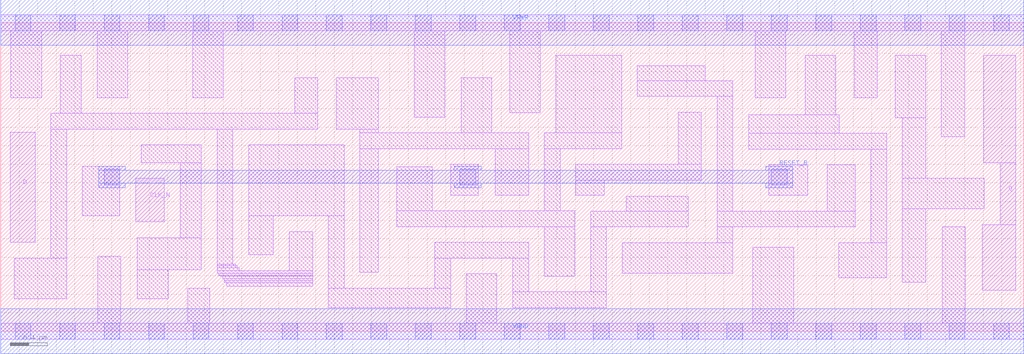
<source format=lef>
# Copyright 2020 The SkyWater PDK Authors
#
# Licensed under the Apache License, Version 2.0 (the "License");
# you may not use this file except in compliance with the License.
# You may obtain a copy of the License at
#
#     https://www.apache.org/licenses/LICENSE-2.0
#
# Unless required by applicable law or agreed to in writing, software
# distributed under the License is distributed on an "AS IS" BASIS,
# WITHOUT WARRANTIES OR CONDITIONS OF ANY KIND, either express or implied.
# See the License for the specific language governing permissions and
# limitations under the License.
#
# SPDX-License-Identifier: Apache-2.0

VERSION 5.7 ;
  NOWIREEXTENSIONATPIN ON ;
  DIVIDERCHAR "/" ;
  BUSBITCHARS "[]" ;
UNITS
  DATABASE MICRONS 200 ;
END UNITS
MACRO sky130_fd_sc_ls__dfrtn_1
  CLASS CORE ;
  FOREIGN sky130_fd_sc_ls__dfrtn_1 ;
  ORIGIN  0.000000  0.000000 ;
  SIZE  11.04000 BY  3.330000 ;
  SYMMETRY X Y R90 ;
  SITE unit ;
  PIN D
    ANTENNAGATEAREA  0.126000 ;
    DIRECTION INPUT ;
    USE SIGNAL ;
    PORT
      LAYER li1 ;
        RECT 0.105000 0.960000 0.370000 2.150000 ;
    END
  END D
  PIN Q
    ANTENNADIFFAREA  0.533800 ;
    DIRECTION OUTPUT ;
    USE SIGNAL ;
    PORT
      LAYER li1 ;
        RECT 10.590000 0.440000 10.955000 1.150000 ;
        RECT 10.605000 1.820000 10.955000 2.980000 ;
        RECT 10.785000 1.150000 10.955000 1.820000 ;
    END
  END Q
  PIN RESET_B
    ANTENNAGATEAREA  0.378000 ;
    DIRECTION INPUT ;
    USE SIGNAL ;
    PORT
      LAYER met1 ;
        RECT 1.055000 1.550000 1.345000 1.595000 ;
        RECT 1.055000 1.595000 8.545000 1.735000 ;
        RECT 1.055000 1.735000 1.345000 1.780000 ;
        RECT 4.895000 1.550000 5.185000 1.595000 ;
        RECT 4.895000 1.735000 5.185000 1.780000 ;
        RECT 8.255000 1.550000 8.545000 1.595000 ;
        RECT 8.255000 1.735000 8.545000 1.780000 ;
    END
  END RESET_B
  PIN CLK_N
    ANTENNAGATEAREA  0.261000 ;
    DIRECTION INPUT ;
    USE CLOCK ;
    PORT
      LAYER li1 ;
        RECT 1.455000 1.180000 1.765000 1.650000 ;
    END
  END CLK_N
  PIN VGND
    DIRECTION INOUT ;
    SHAPE ABUTMENT ;
    USE GROUND ;
    PORT
      LAYER met1 ;
        RECT 0.000000 -0.245000 11.040000 0.245000 ;
    END
  END VGND
  PIN VPWR
    DIRECTION INOUT ;
    SHAPE ABUTMENT ;
    USE POWER ;
    PORT
      LAYER met1 ;
        RECT 0.000000 3.085000 11.040000 3.575000 ;
    END
  END VPWR
  OBS
    LAYER li1 ;
      RECT  0.000000 -0.085000 11.040000 0.085000 ;
      RECT  0.000000  3.245000 11.040000 3.415000 ;
      RECT  0.110000  2.520000  0.440000 3.245000 ;
      RECT  0.145000  0.350000  0.710000 0.790000 ;
      RECT  0.540000  0.790000  0.710000 2.180000 ;
      RECT  0.540000  2.180000  3.420000 2.350000 ;
      RECT  0.640000  2.350000  0.870000 2.980000 ;
      RECT  0.880000  1.245000  1.285000 1.780000 ;
      RECT  1.040000  2.520000  1.370000 3.245000 ;
      RECT  1.045000  0.085000  1.295000 0.810000 ;
      RECT  1.475000  0.350000  1.805000 0.665000 ;
      RECT  1.475000  0.665000  2.165000 1.010000 ;
      RECT  1.515000  1.820000  2.165000 2.010000 ;
      RECT  1.935000  1.010000  2.165000 1.820000 ;
      RECT  2.020000  0.085000  2.255000 0.465000 ;
      RECT  2.070000  2.520000  2.400000 3.245000 ;
      RECT  2.335000  0.625000  3.365000 0.655000 ;
      RECT  2.335000  0.655000  2.575000 0.685000 ;
      RECT  2.335000  0.685000  2.550000 0.705000 ;
      RECT  2.335000  0.705000  2.535000 0.725000 ;
      RECT  2.335000  0.725000  2.505000 2.180000 ;
      RECT  2.355000  0.605000  3.365000 0.625000 ;
      RECT  2.370000  0.595000  3.365000 0.605000 ;
      RECT  2.395000  0.565000  3.365000 0.595000 ;
      RECT  2.410000  0.545000  3.365000 0.565000 ;
      RECT  2.415000  0.525000  3.365000 0.545000 ;
      RECT  2.440000  0.485000  3.365000 0.525000 ;
      RECT  2.675000  0.825000  2.940000 1.245000 ;
      RECT  2.675000  1.245000  3.705000 2.010000 ;
      RECT  3.115000  0.655000  3.365000 1.075000 ;
      RECT  3.170000  2.350000  3.420000 2.735000 ;
      RECT  3.535000  0.255000  4.855000 0.465000 ;
      RECT  3.535000  0.465000  3.705000 1.245000 ;
      RECT  3.620000  2.180000  4.075000 2.735000 ;
      RECT  3.875000  0.635000  4.075000 1.970000 ;
      RECT  3.875000  1.970000  5.695000 2.140000 ;
      RECT  3.875000  2.140000  4.075000 2.180000 ;
      RECT  4.275000  1.130000  6.195000 1.300000 ;
      RECT  4.275000  1.300000  4.655000 1.775000 ;
      RECT  4.460000  2.310000  4.790000 3.245000 ;
      RECT  4.685000  0.465000  4.855000 0.790000 ;
      RECT  4.685000  0.790000  5.695000 0.960000 ;
      RECT  4.855000  1.470000  5.155000 1.800000 ;
      RECT  4.970000  2.140000  5.300000 2.735000 ;
      RECT  5.025000  0.085000  5.355000 0.620000 ;
      RECT  5.335000  1.470000  5.695000 1.970000 ;
      RECT  5.490000  2.360000  5.820000 3.245000 ;
      RECT  5.525000  0.255000  6.535000 0.425000 ;
      RECT  5.525000  0.425000  5.695000 0.790000 ;
      RECT  5.865000  0.595000  6.195000 1.130000 ;
      RECT  5.865000  1.300000  6.035000 1.970000 ;
      RECT  5.865000  1.970000  6.700000 2.140000 ;
      RECT  5.990000  2.140000  6.700000 2.980000 ;
      RECT  6.205000  1.470000  6.510000 1.630000 ;
      RECT  6.205000  1.630000  7.560000 1.800000 ;
      RECT  6.365000  0.425000  6.535000 1.125000 ;
      RECT  6.365000  1.125000  7.420000 1.295000 ;
      RECT  6.705000  0.625000  7.900000 0.955000 ;
      RECT  6.750000  1.295000  7.420000 1.455000 ;
      RECT  6.870000  2.535000  7.900000 2.705000 ;
      RECT  6.870000  2.705000  7.600000 2.865000 ;
      RECT  7.310000  1.800000  7.560000 2.365000 ;
      RECT  7.730000  0.955000  7.900000 1.125000 ;
      RECT  7.730000  1.125000  9.220000 1.295000 ;
      RECT  7.730000  1.295000  7.900000 2.535000 ;
      RECT  8.070000  1.965000  9.560000 2.135000 ;
      RECT  8.070000  2.135000  9.050000 2.335000 ;
      RECT  8.115000  0.085000  8.555000 0.905000 ;
      RECT  8.140000  2.520000  8.470000 3.245000 ;
      RECT  8.285000  1.465000  8.710000 1.795000 ;
      RECT  8.680000  2.335000  9.010000 2.980000 ;
      RECT  8.920000  1.295000  9.220000 1.795000 ;
      RECT  9.045000  0.575000  9.560000 0.955000 ;
      RECT  9.210000  2.520000  9.460000 3.245000 ;
      RECT  9.390000  0.955000  9.560000 1.965000 ;
      RECT  9.650000  2.305000  9.980000 2.980000 ;
      RECT  9.730000  0.530000  9.980000 1.320000 ;
      RECT  9.730000  1.320000 10.615000 1.650000 ;
      RECT  9.730000  1.650000  9.980000 2.305000 ;
      RECT 10.150000  2.100000 10.400000 3.245000 ;
      RECT 10.160000  0.085000 10.410000 1.130000 ;
    LAYER mcon ;
      RECT  0.155000 -0.085000  0.325000 0.085000 ;
      RECT  0.155000  3.245000  0.325000 3.415000 ;
      RECT  0.635000 -0.085000  0.805000 0.085000 ;
      RECT  0.635000  3.245000  0.805000 3.415000 ;
      RECT  1.115000 -0.085000  1.285000 0.085000 ;
      RECT  1.115000  1.580000  1.285000 1.750000 ;
      RECT  1.115000  3.245000  1.285000 3.415000 ;
      RECT  1.595000 -0.085000  1.765000 0.085000 ;
      RECT  1.595000  3.245000  1.765000 3.415000 ;
      RECT  2.075000 -0.085000  2.245000 0.085000 ;
      RECT  2.075000  3.245000  2.245000 3.415000 ;
      RECT  2.555000 -0.085000  2.725000 0.085000 ;
      RECT  2.555000  3.245000  2.725000 3.415000 ;
      RECT  3.035000 -0.085000  3.205000 0.085000 ;
      RECT  3.035000  3.245000  3.205000 3.415000 ;
      RECT  3.515000 -0.085000  3.685000 0.085000 ;
      RECT  3.515000  3.245000  3.685000 3.415000 ;
      RECT  3.995000 -0.085000  4.165000 0.085000 ;
      RECT  3.995000  3.245000  4.165000 3.415000 ;
      RECT  4.475000 -0.085000  4.645000 0.085000 ;
      RECT  4.475000  3.245000  4.645000 3.415000 ;
      RECT  4.955000 -0.085000  5.125000 0.085000 ;
      RECT  4.955000  1.580000  5.125000 1.750000 ;
      RECT  4.955000  3.245000  5.125000 3.415000 ;
      RECT  5.435000 -0.085000  5.605000 0.085000 ;
      RECT  5.435000  3.245000  5.605000 3.415000 ;
      RECT  5.915000 -0.085000  6.085000 0.085000 ;
      RECT  5.915000  3.245000  6.085000 3.415000 ;
      RECT  6.395000 -0.085000  6.565000 0.085000 ;
      RECT  6.395000  3.245000  6.565000 3.415000 ;
      RECT  6.875000 -0.085000  7.045000 0.085000 ;
      RECT  6.875000  3.245000  7.045000 3.415000 ;
      RECT  7.355000 -0.085000  7.525000 0.085000 ;
      RECT  7.355000  3.245000  7.525000 3.415000 ;
      RECT  7.835000 -0.085000  8.005000 0.085000 ;
      RECT  7.835000  3.245000  8.005000 3.415000 ;
      RECT  8.315000 -0.085000  8.485000 0.085000 ;
      RECT  8.315000  1.580000  8.485000 1.750000 ;
      RECT  8.315000  3.245000  8.485000 3.415000 ;
      RECT  8.795000 -0.085000  8.965000 0.085000 ;
      RECT  8.795000  3.245000  8.965000 3.415000 ;
      RECT  9.275000 -0.085000  9.445000 0.085000 ;
      RECT  9.275000  3.245000  9.445000 3.415000 ;
      RECT  9.755000 -0.085000  9.925000 0.085000 ;
      RECT  9.755000  3.245000  9.925000 3.415000 ;
      RECT 10.235000 -0.085000 10.405000 0.085000 ;
      RECT 10.235000  3.245000 10.405000 3.415000 ;
      RECT 10.715000 -0.085000 10.885000 0.085000 ;
      RECT 10.715000  3.245000 10.885000 3.415000 ;
  END
END sky130_fd_sc_ls__dfrtn_1
END LIBRARY

</source>
